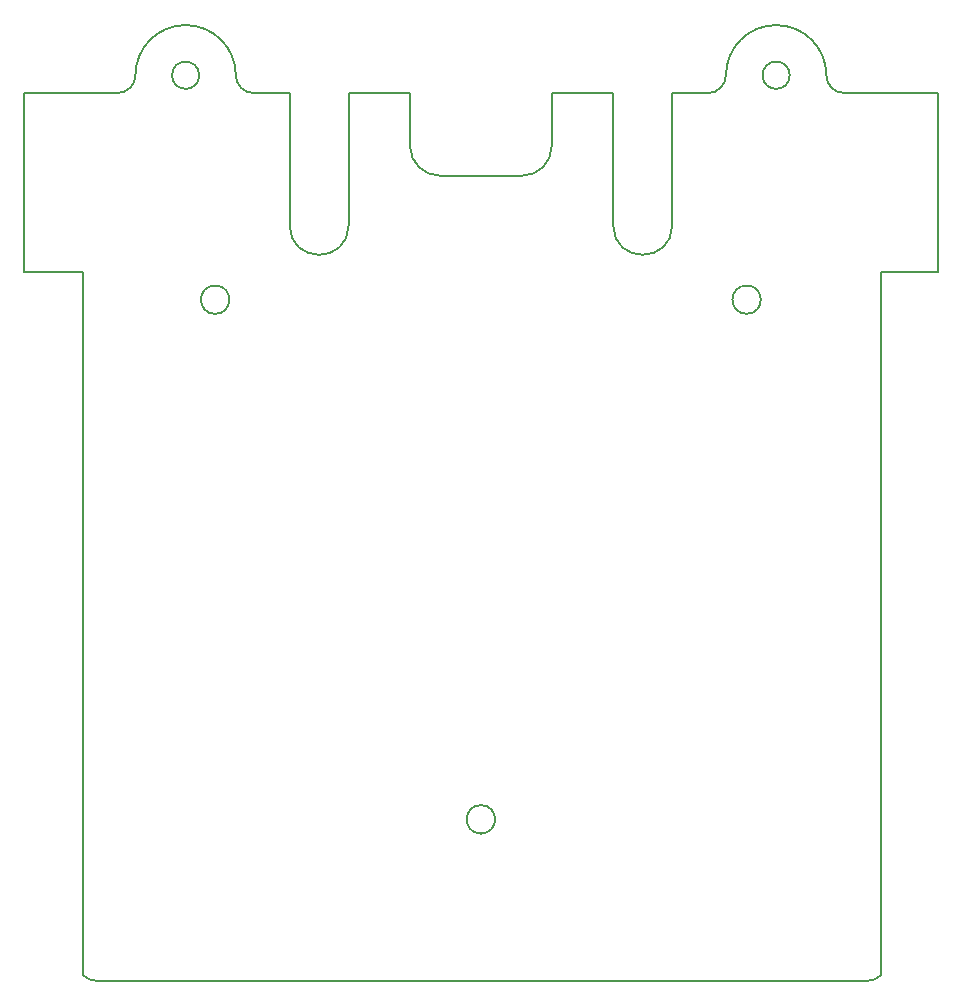
<source format=gm1>
%TF.GenerationSoftware,KiCad,Pcbnew,(5.1.6-0-10_14)*%
%TF.CreationDate,2021-04-08T13:38:14+02:00*%
%TF.ProjectId,gb-mainboard,67622d6d-6169-46e6-926f-6172642e6b69,rev?*%
%TF.SameCoordinates,Original*%
%TF.FileFunction,Profile,NP*%
%FSLAX46Y46*%
G04 Gerber Fmt 4.6, Leading zero omitted, Abs format (unit mm)*
G04 Created by KiCad (PCBNEW (5.1.6-0-10_14)) date 2021-04-08 13:38:14*
%MOMM*%
%LPD*%
G01*
G04 APERTURE LIST*
%TA.AperFunction,Profile*%
%ADD10C,0.150000*%
%TD*%
G04 APERTURE END LIST*
D10*
X154959999Y-58430000D02*
G75*
G02*
X152659999Y-58430000I-1150000J0D01*
G01*
X152659999Y-58430000D02*
G75*
G02*
X154959999Y-58430000I1150000J0D01*
G01*
X102660000Y-58430000D02*
G75*
G02*
X104960000Y-58430000I1150000J0D01*
G01*
X104960000Y-58430000D02*
G75*
G02*
X102660000Y-58430000I-1150000J0D01*
G01*
X106310000Y-78630000D02*
G75*
G02*
X106310000Y-76230000I0J1200000D01*
G01*
X106310000Y-76230000D02*
G75*
G02*
X106310000Y-78630000I0J-1200000D01*
G01*
X151309999Y-78630000D02*
G75*
G02*
X151309999Y-76230000I0J1200000D01*
G01*
X151309999Y-76230000D02*
G75*
G02*
X151309999Y-78630000I0J-1200000D01*
G01*
X128809999Y-122630000D02*
X128809999Y-122630000D01*
X128809999Y-122630000D02*
G75*
G02*
X128809999Y-120230000I0J1200000D01*
G01*
X128809999Y-120230000D02*
G75*
G02*
X128809999Y-122630000I0J-1200000D01*
G01*
X167509999Y-59930000D02*
X167509999Y-75130000D01*
X159559999Y-59930000D02*
X167509999Y-59930000D01*
X159559999Y-59930000D02*
G75*
G02*
X158059999Y-58430000I547J1500547D01*
G01*
X153809997Y-54180000D02*
G75*
G02*
X158059999Y-58430000I-1549J-4251551D01*
G01*
X149559998Y-58433101D02*
G75*
G02*
X153809999Y-54180000I4251551J1550D01*
G01*
X149559998Y-58429999D02*
G75*
G02*
X148059999Y-59930000I-1500547J546D01*
G01*
X145009999Y-59930000D02*
X148059999Y-59930000D01*
X145009999Y-71130000D02*
X145009999Y-59930000D01*
X145009999Y-71130000D02*
G75*
G02*
X140009999Y-71130000I-2500000J0D01*
G01*
X140009999Y-59930000D02*
X140009999Y-71130000D01*
X134809999Y-59930000D02*
X140009999Y-59930000D01*
X134809999Y-64430000D02*
X134809999Y-59930000D01*
X134809998Y-64430000D02*
G75*
G02*
X132309999Y-66930000I-2509490J9490D01*
G01*
X125309999Y-66930000D02*
X132309999Y-66930000D01*
X125309999Y-66930001D02*
G75*
G02*
X122809999Y-64430000I9491J2509491D01*
G01*
X122809999Y-59930000D02*
X122809999Y-64430000D01*
X117610000Y-59930000D02*
X122809999Y-59930000D01*
X117610000Y-71130000D02*
X117610000Y-59930000D01*
X117610001Y-71130000D02*
G75*
G02*
X112609999Y-71130000I-2500001J0D01*
G01*
X112609999Y-59930000D02*
X112609999Y-71130000D01*
X109560000Y-59930000D02*
X112609999Y-59930000D01*
X109560000Y-59930000D02*
G75*
G02*
X108060000Y-58430000I547J1500547D01*
G01*
X103809998Y-54180000D02*
G75*
G02*
X108060000Y-58430000I-1549J-4251551D01*
G01*
X99559999Y-58430001D02*
G75*
G02*
X103810000Y-54180000I4251551J-1550D01*
G01*
X99559999Y-58429999D02*
G75*
G02*
X98060000Y-59930000I-1500547J546D01*
G01*
X95110000Y-134630000D02*
X95110000Y-75120000D01*
X96433000Y-135130000D02*
G75*
G02*
X95110000Y-134630000I-1315J1996850D01*
G01*
X161387000Y-135130001D02*
X96433000Y-135130000D01*
X162710000Y-134630000D02*
G75*
G02*
X161387000Y-135130001I-1321686J1496849D01*
G01*
X162710000Y-75130000D02*
X162710000Y-134630000D01*
X167509999Y-75130000D02*
X162710000Y-75130000D01*
X90110000Y-59930000D02*
X98060000Y-59930000D01*
X90110000Y-75130000D02*
X90110000Y-59930000D01*
X95110000Y-75120000D02*
X90110000Y-75130000D01*
M02*

</source>
